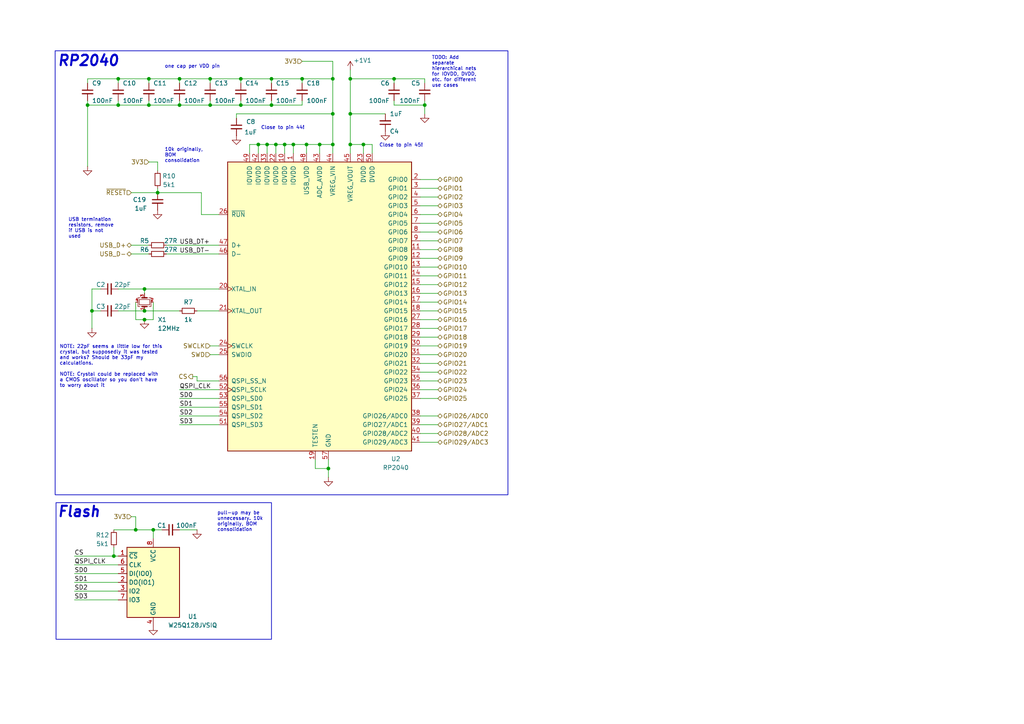
<source format=kicad_sch>
(kicad_sch (version 20231120) (generator "eeschema") (generator_version "8.0")
  (paper "A4")
  (lib_symbols
    (symbol "Device:C_Small" (pin_numbers hide) (pin_names (offset 0.254) hide)
      (property "Reference" "C" (at 0.254 1.778 0))
      (property "Value" "C_Small" (at 0.254 -2.032 0))
      (symbol "C_Small_0_1"
        (polyline (pts (xy -1.524 -0.508) (xy 1.524 -0.508)) (stroke (width 0.3302)))
        (polyline (pts (xy -1.524 0.508) (xy 1.524 0.508)) (stroke (width 0.3048)))
      )
      (symbol "C_Small_1_1"
        (pin passive line (at 0 2.54 270) (length 2.032) (name "~") (number "1"))
        (pin passive line (at 0 -2.54 90) (length 2.032) (name "~") (number "2"))
      )
    )
    (symbol "Device:Crystal_GND24_Small" (pin_names (offset 1.016) hide)
      (property "Reference" "Y" (at 1.27 4.445 0))
      (property "Value" "Crystal_GND24_Small" (at 1.27 2.54 0))
      (symbol "Crystal_GND24_Small_0_1"
        (rectangle (start -0.762 -1.524) (end 0.762 1.524))
        (polyline (pts (xy -1.27 -0.762) (xy -1.27 0.762)) (stroke (width 0.381)))
        (polyline (pts (xy 1.27 -0.762) (xy 1.27 0.762)) (stroke (width 0.381)))
        (polyline (pts (xy -1.27 -1.27) (xy -1.27 -1.905) (xy 1.27 -1.905) (xy 1.27 -1.27)))
        (polyline (pts (xy -1.27 1.27) (xy -1.27 1.905) (xy 1.27 1.905) (xy 1.27 1.27)))
      )
      (symbol "Crystal_GND24_Small_1_1"
        (pin passive line (at -2.54 0 0) (length 1.27) (name "1") (number "1"))
        (pin passive line (at 0 -2.54 90) (length 0.635) (name "2") (number "2"))
        (pin passive line (at 2.54 0 180) (length 1.27) (name "3") (number "3"))
        (pin passive line (at 0 2.54 270) (length 0.635) (name "4") (number "4"))
      )
    )
    (symbol "Device:R_Small" (pin_numbers hide) (pin_names (offset 0.254) hide)
      (property "Reference" "R" (at 0.762 0.508 0))
      (property "Value" "R_Small" (at 0.762 -1.016 0))
      (symbol "R_Small_0_1"
        (rectangle (start -0.762 1.778) (end 0.762 -1.778) (stroke (width 0.2032)))
      )
      (symbol "R_Small_1_1"
        (pin passive line (at 0 2.54 270) (length 0.762) (name "~") (number "1"))
        (pin passive line (at 0 -2.54 90) (length 0.762) (name "~") (number "2"))
      )
    )
    (symbol "Memory_Flash:W25Q128JVS"
      (property "Reference" "U" (at -8.89 8.89 0))
      (property "Value" "W25Q128JVS" (at 7.62 8.89 0))
      (symbol "W25Q128JVS_0_1"
        (rectangle (start -7.62 10.16) (end 7.62 -10.16) (stroke (width 0.254)) (fill (type background)))
      )
      (symbol "W25Q128JVS_1_1"
        (pin input line (at -10.16 7.62 0) (length 2.54) (name "~{CS}") (number "1"))
        (pin bidirectional line (at -10.16 0 0) (length 2.54) (name "DO(IO1)") (number "2"))
        (pin bidirectional line (at -10.16 -2.54 0) (length 2.54) (name "IO2") (number "3"))
        (pin power_in line (at 0 -12.7 90) (length 2.54) (name "GND") (number "4"))
        (pin bidirectional line (at -10.16 2.54 0) (length 2.54) (name "DI(IO0)") (number "5"))
        (pin input line (at -10.16 5.08 0) (length 2.54) (name "CLK") (number "6"))
        (pin bidirectional line (at -10.16 -5.08 0) (length 2.54) (name "IO3") (number "7"))
        (pin power_in line (at 0 12.7 270) (length 2.54) (name "VCC") (number "8"))
      )
    )
    (symbol "RadPie2040:RP2040" (pin_names (offset 1.016))
      (property "Reference" "U" (at 21.844 51.054 0))
      (property "Value" "RP2040" (at 21.844 48.514 0))
      (symbol "RP2040_0_0"
        (rectangle (start -24.13 48.26) (end 29.21 -35.56) (stroke (width 0.254)) (fill (type background)))
      )
      (symbol "RP2040_1_1"
        (pin power_in line (at -5.08 50.8 270) (length 2.54) (name "IOVDD") (number "1"))
        (pin power_in line (at -7.62 50.8 270) (length 2.54) (name "IOVDD") (number "10"))
        (pin input line (at 31.75 22.86 180) (length 2.54) (name "GPIO8") (number "11"))
        (pin input line (at 31.75 20.32 180) (length 2.54) (name "GPIO9") (number "12"))
        (pin input line (at 31.75 17.78 180) (length 2.54) (name "GPIO10") (number "13"))
        (pin input line (at 31.75 15.24 180) (length 2.54) (name "GPIO11") (number "14"))
        (pin input line (at 31.75 12.7 180) (length 2.54) (name "GPIO12") (number "15"))
        (pin input line (at 31.75 10.16 180) (length 2.54) (name "GPIO13") (number "16"))
        (pin input line (at 31.75 7.62 180) (length 2.54) (name "GPIO14") (number "17"))
        (pin input line (at 31.75 5.08 180) (length 2.54) (name "GPIO15") (number "18"))
        (pin input line (at 1.27 -38.1 90) (length 2.54) (name "TESTEN") (number "19"))
        (pin input line (at 31.75 43.18 180) (length 2.54) (name "GPIO0") (number "2"))
        (pin input clock (at -26.67 11.43 0) (length 2.54) (name "XTAL_IN") (number "20"))
        (pin input clock (at -26.67 5.08 0) (length 2.54) (name "XTAL_OUT") (number "21"))
        (pin power_in line (at -10.16 50.8 270) (length 2.54) (name "IOVDD") (number "22"))
        (pin power_in line (at 15.24 50.8 270) (length 2.54) (name "DVDD") (number "23"))
        (pin input clock (at -26.67 -5.08 0) (length 2.54) (name "SWCLK") (number "24"))
        (pin bidirectional line (at -26.67 -7.62 0) (length 2.54) (name "SWDIO") (number "25"))
        (pin input line (at -26.67 33.02 0) (length 2.54) (name "~{RUN}") (number "26"))
        (pin input line (at 31.75 2.54 180) (length 2.54) (name "GPIO16") (number "27"))
        (pin input line (at 31.75 0 180) (length 2.54) (name "GPIO17") (number "28"))
        (pin input line (at 31.75 -2.54 180) (length 2.54) (name "GPIO18") (number "29"))
        (pin input line (at 31.75 40.64 180) (length 2.54) (name "GPIO1") (number "3"))
        (pin input line (at 31.75 -5.08 180) (length 2.54) (name "GPIO19") (number "30"))
        (pin input line (at 31.75 -7.62 180) (length 2.54) (name "GPIO20") (number "31"))
        (pin input line (at 31.75 -10.16 180) (length 2.54) (name "GPIO21") (number "32"))
        (pin power_in line (at -12.7 50.8 270) (length 2.54) (name "IOVDD") (number "33"))
        (pin input line (at 31.75 -12.7 180) (length 2.54) (name "GPIO22") (number "34"))
        (pin input line (at 31.75 -15.24 180) (length 2.54) (name "GPIO23") (number "35"))
        (pin input line (at 31.75 -17.78 180) (length 2.54) (name "GPIO24") (number "36"))
        (pin input line (at 31.75 -20.32 180) (length 2.54) (name "GPIO25") (number "37"))
        (pin input line (at 31.75 -25.4 180) (length 2.54) (name "GPIO26/ADC0") (number "38"))
        (pin input line (at 31.75 -27.94 180) (length 2.54) (name "GPIO27/ADC1") (number "39"))
        (pin input line (at 31.75 38.1 180) (length 2.54) (name "GPIO2") (number "4"))
        (pin input line (at 31.75 -30.48 180) (length 2.54) (name "GPIO28/ADC2") (number "40"))
        (pin input line (at 31.75 -33.02 180) (length 2.54) (name "GPIO29/ADC3") (number "41"))
        (pin power_in line (at -15.24 50.8 270) (length 2.54) (name "IOVDD") (number "42"))
        (pin power_in line (at 2.54 50.8 270) (length 2.54) (name "ADC_AVDD") (number "43"))
        (pin power_in line (at 6.35 50.8 270) (length 2.54) (name "VREG_VIN") (number "44"))
        (pin power_out line (at 11.43 50.8 270) (length 2.54) (name "VREG_VOUT") (number "45"))
        (pin bidirectional line (at -26.67 21.59 0) (length 2.54) (name "D-") (number "46"))
        (pin bidirectional line (at -26.67 24.13 0) (length 2.54) (name "D+") (number "47"))
        (pin power_in line (at -1.27 50.8 270) (length 2.54) (name "USB_VDD") (number "48"))
        (pin power_in line (at -17.78 50.8 270) (length 2.54) (name "IOVDD") (number "49"))
        (pin input line (at 31.75 35.56 180) (length 2.54) (name "GPIO3") (number "5"))
        (pin power_in line (at 17.78 50.8 270) (length 2.54) (name "DVDD") (number "50"))
        (pin bidirectional line (at -26.67 -27.94 0) (length 2.54) (name "QSPI_SD3") (number "51"))
        (pin output clock (at -26.67 -17.78 0) (length 2.54) (name "QSPI_SCLK") (number "52"))
        (pin bidirectional line (at -26.67 -20.32 0) (length 2.54) (name "QSPI_SD0") (number "53"))
        (pin bidirectional line (at -26.67 -25.4 0) (length 2.54) (name "QSPI_SD2") (number "54"))
        (pin bidirectional line (at -26.67 -22.86 0) (length 2.54) (name "QSPI_SD1") (number "55"))
        (pin bidirectional line (at -26.67 -15.24 0) (length 2.54) (name "QSPI_SS_N") (number "56"))
        (pin power_in line (at 5.08 -38.1 90) (length 2.54) (name "GND") (number "57"))
        (pin input line (at 31.75 33.02 180) (length 2.54) (name "GPIO4") (number "6"))
        (pin input line (at 31.75 30.48 180) (length 2.54) (name "GPIO5") (number "7"))
        (pin input line (at 31.75 27.94 180) (length 2.54) (name "GPIO6") (number "8"))
        (pin input line (at 31.75 25.4 180) (length 2.54) (name "GPIO7") (number "9"))
      )
    )
    (symbol "power:+1V1" (power) (pin_numbers hide) (pin_names (offset 0) hide)
      (property "Value" "+1V1" (at 0 3.556 0))
      (symbol "+1V1_0_1"
        (polyline (pts (xy -0.762 1.27) (xy 0 2.54)))
        (polyline (pts (xy 0 0) (xy 0 2.54)))
        (polyline (pts (xy 0 2.54) (xy 0.762 1.27)))
      )
      (symbol "+1V1_1_1"
        (pin power_in line (at 0 0 90) (length 0) (name "~") (number "1"))
      )
    )
    (symbol "power:GND" (power) (pin_numbers hide) (pin_names (offset 0) hide)
      (property "Value" "GND" (at 0 -3.81 0))
      (symbol "GND_0_1"
        (polyline (pts (xy 0 0) (xy 0 -1.27) (xy 1.27 -1.27) (xy 0 -2.54) (xy -1.27 -1.27) (xy 0 -1.27)))
      )
      (symbol "GND_1_1"
        (pin power_in line (at 0 0 270) (length 0) (name "~") (number "1"))
      )
    )
  )
  (junction (at 52.07 30.48))
  (junction (at 87.63 22.86))
  (junction (at 101.6 22.86))
  (junction (at 101.6 33.02))
  (junction (at 33.02 161.29))
  (junction (at 101.6 41.91))
  (junction (at 44.45 153.67))
  (junction (at 123.19 30.48))
  (junction (at 74.93 41.91))
  (junction (at 41.91 92.71))
  (junction (at 34.29 22.86))
  (junction (at 60.96 30.48))
  (junction (at 105.41 41.91))
  (junction (at 96.52 33.02))
  (junction (at 80.01 41.91))
  (junction (at 43.18 22.86))
  (junction (at 96.52 22.86))
  (junction (at 25.4 30.48))
  (junction (at 52.07 22.86))
  (junction (at 78.74 22.86))
  (junction (at 82.55 41.91))
  (junction (at 45.72 55.88))
  (junction (at 85.09 41.91))
  (junction (at 78.74 30.48))
  (junction (at 41.91 83.82))
  (junction (at 60.96 22.86))
  (junction (at 114.3 22.86))
  (junction (at 39.37 153.67))
  (junction (at 43.18 30.48))
  (junction (at 69.85 22.86))
  (junction (at 41.91 90.17))
  (junction (at 69.85 30.48))
  (junction (at 77.47 41.91))
  (junction (at 92.71 41.91))
  (junction (at 88.9 41.91))
  (junction (at 95.25 135.89))
  (junction (at 96.52 41.91))
  (junction (at 26.67 90.17))
  (junction (at 34.29 30.48))
  (wire (pts (xy 69.85 30.48) (xy 69.85 29.21)))
  (wire (pts (xy 114.3 30.48) (xy 114.3 29.21)))
  (wire (pts (xy 25.4 22.86) (xy 34.29 22.86)))
  (wire (pts (xy 85.09 41.91) (xy 88.9 41.91)))
  (wire (pts (xy 80.01 41.91) (xy 82.55 41.91)))
  (wire (pts (xy 121.92 82.55) (xy 127 82.55)))
  (wire (pts (xy 21.59 168.91) (xy 34.29 168.91)))
  (wire (pts (xy 77.47 41.91) (xy 80.01 41.91)))
  (wire (pts (xy 96.52 22.86) (xy 87.63 22.86)))
  (wire (pts (xy 60.96 29.21) (xy 60.96 30.48)))
  (wire (pts (xy 57.15 109.22) (xy 57.15 110.49)))
  (wire (pts (xy 34.29 22.86) (xy 34.29 24.13)))
  (wire (pts (xy 92.71 41.91) (xy 92.71 44.45)))
  (wire (pts (xy 121.92 107.95) (xy 127 107.95)))
  (wire (pts (xy 121.92 69.85) (xy 127 69.85)))
  (wire (pts (xy 26.67 90.17) (xy 26.67 95.25)))
  (wire (pts (xy 41.91 85.09) (xy 41.91 83.82)))
  (wire (pts (xy 48.26 71.12) (xy 63.5 71.12)))
  (wire (pts (xy 121.92 95.25) (xy 127 95.25)))
  (wire (pts (xy 38.1 71.12) (xy 43.18 71.12)))
  (wire (pts (xy 38.1 149.86) (xy 39.37 149.86)))
  (wire (pts (xy 26.67 83.82) (xy 26.67 90.17)))
  (wire (pts (xy 45.72 54.61) (xy 45.72 55.88)))
  (wire (pts (xy 74.93 41.91) (xy 77.47 41.91)))
  (wire (pts (xy 52.07 113.03) (xy 63.5 113.03)))
  (wire (pts (xy 43.18 30.48) (xy 43.18 29.21)))
  (wire (pts (xy 121.92 59.69) (xy 127 59.69)))
  (wire (pts (xy 39.37 87.63) (xy 39.37 92.71)))
  (wire (pts (xy 121.92 100.33) (xy 127 100.33)))
  (wire (pts (xy 123.19 29.21) (xy 123.19 30.48)))
  (wire (pts (xy 21.59 171.45) (xy 34.29 171.45)))
  (wire (pts (xy 121.92 125.73) (xy 127 125.73)))
  (wire (pts (xy 45.72 46.99) (xy 45.72 49.53)))
  (wire (pts (xy 58.42 55.88) (xy 58.42 62.23)))
  (wire (pts (xy 52.07 22.86) (xy 60.96 22.86)))
  (wire (pts (xy 121.92 90.17) (xy 127 90.17)))
  (wire (pts (xy 121.92 120.65) (xy 127 120.65)))
  (wire (pts (xy 60.96 102.87) (xy 63.5 102.87)))
  (wire (pts (xy 87.63 29.21) (xy 87.63 30.48)))
  (wire (pts (xy 121.92 80.01) (xy 127 80.01)))
  (wire (pts (xy 78.74 22.86) (xy 78.74 24.13)))
  (wire (pts (xy 78.74 30.48) (xy 78.74 29.21)))
  (wire (pts (xy 101.6 33.02) (xy 111.76 33.02)))
  (wire (pts (xy 34.29 30.48) (xy 34.29 29.21)))
  (wire (pts (xy 57.15 110.49) (xy 63.5 110.49)))
  (wire (pts (xy 121.92 113.03) (xy 127 113.03)))
  (wire (pts (xy 69.85 22.86) (xy 69.85 24.13)))
  (wire (pts (xy 60.96 30.48) (xy 69.85 30.48)))
  (wire (pts (xy 52.07 120.65) (xy 63.5 120.65)))
  (wire (pts (xy 33.02 158.75) (xy 33.02 161.29)))
  (wire (pts (xy 43.18 46.99) (xy 45.72 46.99)))
  (wire (pts (xy 43.18 30.48) (xy 52.07 30.48)))
  (wire (pts (xy 121.92 54.61) (xy 127 54.61)))
  (wire (pts (xy 95.25 138.43) (xy 95.25 135.89)))
  (wire (pts (xy 101.6 22.86) (xy 101.6 33.02)))
  (wire (pts (xy 121.92 123.19) (xy 127 123.19)))
  (wire (pts (xy 44.45 87.63) (xy 44.45 92.71)))
  (wire (pts (xy 21.59 161.29) (xy 33.02 161.29)))
  (wire (pts (xy 121.92 105.41) (xy 127 105.41)))
  (wire (pts (xy 52.07 29.21) (xy 52.07 30.48)))
  (wire (pts (xy 52.07 30.48) (xy 60.96 30.48)))
  (wire (pts (xy 96.52 17.78) (xy 96.52 22.86)))
  (wire (pts (xy 101.6 33.02) (xy 101.6 41.91)))
  (wire (pts (xy 105.41 41.91) (xy 107.95 41.91)))
  (wire (pts (xy 121.92 77.47) (xy 127 77.47)))
  (wire (pts (xy 80.01 41.91) (xy 80.01 44.45)))
  (wire (pts (xy 21.59 173.99) (xy 34.29 173.99)))
  (wire (pts (xy 26.67 90.17) (xy 29.21 90.17)))
  (wire (pts (xy 123.19 22.86) (xy 123.19 24.13)))
  (wire (pts (xy 48.26 73.66) (xy 63.5 73.66)))
  (wire (pts (xy 88.9 41.91) (xy 88.9 44.45)))
  (wire (pts (xy 121.92 64.77) (xy 127 64.77)))
  (wire (pts (xy 41.91 83.82) (xy 63.5 83.82)))
  (wire (pts (xy 101.6 41.91) (xy 101.6 44.45)))
  (wire (pts (xy 121.92 57.15) (xy 127 57.15)))
  (wire (pts (xy 82.55 41.91) (xy 85.09 41.91)))
  (wire (pts (xy 68.58 33.02) (xy 96.52 33.02)))
  (wire (pts (xy 34.29 83.82) (xy 41.91 83.82)))
  (wire (pts (xy 43.18 22.86) (xy 43.18 24.13)))
  (wire (pts (xy 121.92 67.31) (xy 127 67.31)))
  (wire (pts (xy 45.72 55.88) (xy 58.42 55.88)))
  (wire (pts (xy 72.39 44.45) (xy 72.39 41.91)))
  (wire (pts (xy 114.3 30.48) (xy 123.19 30.48)))
  (wire (pts (xy 121.92 87.63) (xy 127 87.63)))
  (wire (pts (xy 121.92 128.27) (xy 127 128.27)))
  (wire (pts (xy 58.42 62.23) (xy 63.5 62.23)))
  (wire (pts (xy 25.4 30.48) (xy 34.29 30.48)))
  (wire (pts (xy 44.45 153.67) (xy 46.99 153.67)))
  (wire (pts (xy 101.6 22.86) (xy 114.3 22.86)))
  (wire (pts (xy 68.58 33.02) (xy 68.58 34.29)))
  (wire (pts (xy 101.6 20.32) (xy 101.6 22.86)))
  (wire (pts (xy 92.71 41.91) (xy 96.52 41.91)))
  (wire (pts (xy 121.92 72.39) (xy 127 72.39)))
  (wire (pts (xy 25.4 22.86) (xy 25.4 24.13)))
  (wire (pts (xy 39.37 92.71) (xy 41.91 92.71)))
  (wire (pts (xy 25.4 29.21) (xy 25.4 30.48)))
  (wire (pts (xy 44.45 153.67) (xy 44.45 156.21)))
  (wire (pts (xy 25.4 30.48) (xy 25.4 48.26)))
  (wire (pts (xy 52.07 115.57) (xy 63.5 115.57)))
  (wire (pts (xy 69.85 22.86) (xy 78.74 22.86)))
  (wire (pts (xy 60.96 22.86) (xy 69.85 22.86)))
  (wire (pts (xy 39.37 153.67) (xy 44.45 153.67)))
  (wire (pts (xy 96.52 22.86) (xy 96.52 33.02)))
  (wire (pts (xy 121.92 102.87) (xy 127 102.87)))
  (wire (pts (xy 78.74 22.86) (xy 87.63 22.86)))
  (wire (pts (xy 39.37 149.86) (xy 39.37 153.67)))
  (wire (pts (xy 77.47 41.91) (xy 77.47 44.45)))
  (wire (pts (xy 123.19 22.86) (xy 114.3 22.86)))
  (wire (pts (xy 33.02 161.29) (xy 34.29 161.29)))
  (wire (pts (xy 82.55 41.91) (xy 82.55 44.45)))
  (wire (pts (xy 34.29 90.17) (xy 41.91 90.17)))
  (wire (pts (xy 41.91 90.17) (xy 52.07 90.17)))
  (wire (pts (xy 107.95 44.45) (xy 107.95 41.91)))
  (wire (pts (xy 121.92 92.71) (xy 127 92.71)))
  (wire (pts (xy 52.07 153.67) (xy 57.15 153.67)))
  (wire (pts (xy 91.44 133.35) (xy 91.44 135.89)))
  (wire (pts (xy 43.18 22.86) (xy 52.07 22.86)))
  (wire (pts (xy 121.92 97.79) (xy 127 97.79)))
  (wire (pts (xy 101.6 41.91) (xy 105.41 41.91)))
  (wire (pts (xy 96.52 33.02) (xy 96.52 41.91)))
  (wire (pts (xy 33.02 153.67) (xy 39.37 153.67)))
  (wire (pts (xy 52.07 118.11) (xy 63.5 118.11)))
  (wire (pts (xy 105.41 41.91) (xy 105.41 44.45)))
  (wire (pts (xy 85.09 41.91) (xy 85.09 44.45)))
  (wire (pts (xy 95.25 133.35) (xy 95.25 135.89)))
  (wire (pts (xy 87.63 17.78) (xy 96.52 17.78)))
  (wire (pts (xy 21.59 166.37) (xy 34.29 166.37)))
  (wire (pts (xy 60.96 100.33) (xy 63.5 100.33)))
  (wire (pts (xy 60.96 22.86) (xy 60.96 24.13)))
  (wire (pts (xy 52.07 22.86) (xy 52.07 24.13)))
  (wire (pts (xy 121.92 115.57) (xy 127 115.57)))
  (wire (pts (xy 34.29 22.86) (xy 43.18 22.86)))
  (wire (pts (xy 87.63 24.13) (xy 87.63 22.86)))
  (wire (pts (xy 114.3 22.86) (xy 114.3 24.13)))
  (wire (pts (xy 26.67 83.82) (xy 29.21 83.82)))
  (wire (pts (xy 21.59 163.83) (xy 34.29 163.83)))
  (wire (pts (xy 87.63 30.48) (xy 78.74 30.48)))
  (wire (pts (xy 38.1 55.88) (xy 45.72 55.88)))
  (wire (pts (xy 91.44 135.89) (xy 95.25 135.89)))
  (wire (pts (xy 121.92 74.93) (xy 127 74.93)))
  (wire (pts (xy 121.92 85.09) (xy 127 85.09)))
  (wire (pts (xy 88.9 41.91) (xy 92.71 41.91)))
  (wire (pts (xy 44.45 92.71) (xy 41.91 92.71)))
  (wire (pts (xy 38.1 73.66) (xy 43.18 73.66)))
  (wire (pts (xy 96.52 41.91) (xy 96.52 44.45)))
  (wire (pts (xy 123.19 33.02) (xy 123.19 30.48)))
  (wire (pts (xy 74.93 41.91) (xy 74.93 44.45)))
  (wire (pts (xy 69.85 30.48) (xy 78.74 30.48)))
  (wire (pts (xy 121.92 62.23) (xy 127 62.23)))
  (wire (pts (xy 34.29 30.48) (xy 43.18 30.48)))
  (wire (pts (xy 57.15 90.17) (xy 63.5 90.17)))
  (wire (pts (xy 121.92 52.07) (xy 127 52.07)))
  (wire (pts (xy 72.39 41.91) (xy 74.93 41.91)))
  (wire (pts (xy 55.88 109.22) (xy 57.15 109.22)))
  (wire (pts (xy 52.07 123.19) (xy 63.5 123.19)))
  (wire (pts (xy 121.92 110.49) (xy 127 110.49)))
  (rectangle (start 16.002 14.732) (end 147.32 143.51) (stroke (width 0.2)))
  (rectangle (start 16.256 145.796) (end 78.74 185.42) (stroke (width 0.2)))
  (text_box "USB termination resistors, remove if USB is not used" (at 19.05 62.23 0) (size 15.24 2.54) (stroke (width -0.0001)) (effects (font (size 1 1)) (justify left top)))
  (text_box "Close to pin 45!" (at 109.22 40.64 0) (size 15.24 2.54) (stroke (width -0.0001)) (effects (font (size 1 1)) (justify left top)))
  (text_box "one cap per VDD pin" (at 46.99 17.78 0) (size 24.13 2.54) (stroke (width -0.0001)) (effects (font (size 1 1)) (justify left top)))
  (text_box "NOTE: 22pF seems a little low for this crystal, but supposedly it was tested and works? Should be 33pF my calculations.\n\nNOTE: Crystal could be replaced with a CMOS oscillator so you don't have to worry about it" (at 16.51 99.06 0) (size 31.75 3.81) (stroke (width -0.0001)) (effects (font (size 1 1)) (justify left top)))
  (text_box "10k originally, BOM consolidation" (at 46.99 41.91 0) (size 15.24 2.54) (stroke (width -0.0001)) (effects (font (size 1 1)) (justify left top)))
  (text_box "TODO: Add separate hierarchical nets for IOVDD, DVDD, etc. for different use cases" (at 124.46 15.24 0) (size 15.24 2.54) (stroke (width -0.0001)) (effects (font (size 1 1)) (justify left top)))
  (text_box "pull-up may be unnecessary. 10k originally, BOM consolidation" (at 62.23 147.32 0) (size 15.24 8.89) (stroke (width -0.0001)) (effects (font (size 1 1)) (justify left top)))
  (text_box "Close to pin 44!" (at 74.93 35.56 0) (size 15.24 2.54) (stroke (width -0.0001)) (effects (font (size 1 1)) (justify left top)))
  (text "RP2040" (at 16.51 17.78 0) (effects (font (size 3 3) (thickness 0.6) (bold yes) (italic yes)) (justify left)))
  (text "Flash" (at 16.51 148.59 0) (effects (font (size 3 3) (thickness 0.6) (bold yes) (italic yes)) (justify left)))
  (label "USB_DT+" (at 52.07 71.12 0))
  (label "USB_DT-" (at 52.07 73.66 0))
  (label "SD0" (at 21.59 166.37 0))
  (label "SD0" (at 52.07 115.57 0))
  (label "SD3" (at 52.07 123.19 0))
  (label "SD1" (at 52.07 118.11 0))
  (label "QSPI_CLK" (at 21.59 163.83 0))
  (label "CS" (at 21.59 161.29 0))
  (label "SD1" (at 21.59 168.91 0))
  (label "SD2" (at 52.07 120.65 0))
  (label "QSPI_CLK" (at 52.07 113.03 0))
  (label "SD2" (at 21.59 171.45 0))
  (label "SD3" (at 21.59 173.99 0))
  (hierarchical_label "SWCLK" (shape input) (at 60.96 100.33 180))
  (hierarchical_label "CS" (shape output) (at 55.88 109.22 180))
  (hierarchical_label "GPIO18" (shape bidirectional) (at 127 97.79 0))
  (hierarchical_label "USB_D+" (shape bidirectional) (at 38.1 71.12 180))
  (hierarchical_label "GPIO6" (shape bidirectional) (at 127 67.31 0))
  (hierarchical_label "USB_D-" (shape bidirectional) (at 38.1 73.66 180))
  (hierarchical_label "GPIO16" (shape bidirectional) (at 127 92.71 0))
  (hierarchical_label "GPIO5" (shape bidirectional) (at 127 64.77 0))
  (hierarchical_label "GPIO23" (shape bidirectional) (at 127 110.49 0))
  (hierarchical_label "GPIO28{slash}ADC2" (shape bidirectional) (at 127 125.73 0))
  (hierarchical_label "GPIO24" (shape bidirectional) (at 127 113.03 0))
  (hierarchical_label "GPIO25" (shape bidirectional) (at 127 115.57 0))
  (hierarchical_label "GPIO11" (shape bidirectional) (at 127 80.01 0))
  (hierarchical_label "3V3" (shape input) (at 87.63 17.78 180))
  (hierarchical_label "GPIO13" (shape bidirectional) (at 127 85.09 0))
  (hierarchical_label "GPIO26{slash}ADC0" (shape bidirectional) (at 127 120.65 0))
  (hierarchical_label "SWD" (shape input) (at 60.96 102.87 180))
  (hierarchical_label "GPIO1" (shape bidirectional) (at 127 54.61 0))
  (hierarchical_label "GPIO0" (shape bidirectional) (at 127 52.07 0))
  (hierarchical_label "GPIO2" (shape bidirectional) (at 127 57.15 0))
  (hierarchical_label "GPIO9" (shape bidirectional) (at 127 74.93 0))
  (hierarchical_label "GPIO17" (shape bidirectional) (at 127 95.25 0))
  (hierarchical_label "GPIO10" (shape bidirectional) (at 127 77.47 0))
  (hierarchical_label "GPIO7" (shape bidirectional) (at 127 69.85 0))
  (hierarchical_label "GPIO19" (shape bidirectional) (at 127 100.33 0))
  (hierarchical_label "GPIO12" (shape bidirectional) (at 127 82.55 0))
  (hierarchical_label "GPIO15" (shape bidirectional) (at 127 90.17 0))
  (hierarchical_label "GPIO14" (shape bidirectional) (at 127 87.63 0))
  (hierarchical_label "GPIO20" (shape bidirectional) (at 127 102.87 0))
  (hierarchical_label "GPIO27{slash}ADC1" (shape bidirectional) (at 127 123.19 0))
  (hierarchical_label "GPIO3" (shape bidirectional) (at 127 59.69 0))
  (hierarchical_label "GPIO8" (shape bidirectional) (at 127 72.39 0))
  (hierarchical_label "GPIO4" (shape bidirectional) (at 127 62.23 0))
  (hierarchical_label "3V3" (shape input) (at 43.18 46.99 180))
  (hierarchical_label "GPIO21" (shape bidirectional) (at 127 105.41 0))
  (hierarchical_label "~{RESET}" (shape input) (at 38.1 55.88 180))
  (hierarchical_label "GPIO22" (shape bidirectional) (at 127 107.95 0))
  (hierarchical_label "GPIO29{slash}ADC3" (shape bidirectional) (at 127 128.27 0))
  (hierarchical_label "3V3" (shape input) (at 38.1 149.86 180))
  (symbol (lib_id "Device:C_Small") (at 25.4 26.67 0) (unit 1)
    (property "Reference" "C9" (at 26.67 24.1299 0) (effects (justify left)))
    (property "Value" "100nF" (at 26.67 29.2099 0) (effects (justify left)))
    (property "Footprint" "Capacitor_SMD:C_0402_1005Metric" (effects (hide yes)))
    (property "LCSC" "C1525" (effects (hide yes)))
  )
  (symbol (lib_id "Device:R_Small") (at 54.61 90.17 90) (unit 1)
    (property "Reference" "R7" (at 54.61 87.63 90))
    (property "Value" "1k" (at 54.61 92.71 90))
    (property "Footprint" "Resistor_SMD:R_0402_1005Metric" (effects (hide yes)))
    (property "LCSC" "C11702" (effects (hide yes)))
  )
  (symbol (lib_id "Device:R_Small") (at 45.72 73.66 90) (unit 1)
    (property "Reference" "R6" (at 41.91 72.39 90))
    (property "Value" "27R" (at 49.53 72.39 90))
    (property "Footprint" "Resistor_SMD:R_0603_1608Metric" (effects (hide yes)))
    (property "LCSC" "C25190" (effects (hide yes)))
  )
  (symbol (lib_id "Device:R_Small") (at 45.72 52.07 0) (mirror x) (unit 1)
    (property "Reference" "R10" (at 49.022 51.054 0))
    (property "Value" "5k1" (at 49.022 53.594 0))
    (property "Footprint" "Resistor_SMD:R_0402_1005Metric" (effects (hide yes)))
    (property "LCSC" "C25905" (effects (hide yes)))
  )
  (symbol (lib_id "power:GND") (at 111.76 38.1 0) (mirror y) (unit 1)
    (property "Reference" "#PWR025" (effects (hide yes)))
    (property "Value" "GND" (effects (hide yes)))
    (property "Description" "Power symbol creates a global label with name \"GND\" , ground" (effects (hide yes)))
  )
  (symbol (lib_id "Device:C_Small") (at 43.18 26.67 0) (unit 1)
    (property "Reference" "C11" (at 44.45 24.1299 0) (effects (justify left)))
    (property "Value" "100nF" (at 44.45 29.2099 0) (effects (justify left)))
    (property "Footprint" "Capacitor_SMD:C_0402_1005Metric" (effects (hide yes)))
    (property "LCSC" "C1525" (effects (hide yes)))
  )
  (symbol (lib_id "Device:C_Small") (at 87.63 26.67 0) (unit 1)
    (property "Reference" "C18" (at 88.9 24.1299 0) (effects (justify left)))
    (property "Value" "100nF" (at 88.9 29.2099 0) (effects (justify left)))
    (property "Footprint" "Capacitor_SMD:C_0402_1005Metric" (effects (hide yes)))
    (property "LCSC" "C1525" (effects (hide yes)))
  )
  (symbol (lib_id "Device:R_Small") (at 33.02 156.21 180) (unit 1)
    (property "Reference" "R12" (at 29.718 155.194 0))
    (property "Value" "5k1" (at 29.718 157.734 0))
    (property "Footprint" "Resistor_SMD:R_0402_1005Metric" (effects (hide yes)))
    (property "LCSC" "C25905" (effects (hide yes)))
  )
  (symbol (lib_id "Memory_Flash:W25Q128JVS") (at 44.45 168.91 0) (unit 1)
    (property "Reference" "U1" (at 55.88 178.816 0))
    (property "Value" "W25Q128JVSIQ" (at 55.88 181.356 0))
    (property "Footprint" "Package_SO:SOIC-8_5.23x5.23mm_P1.27mm" (effects (hide yes)))
    (property "Datasheet" "http://www.winbond.com/resource-files/w25q128jv_dtr%20revc%2003272018%20plus.pdf" (effects (hide yes)))
    (property "Description" "128Mb Serial Flash Memory, Standard/Dual/Quad SPI, SOIC-8" (effects (hide yes)))
    (property "LCSC" "C97521" (effects (hide yes)))
  )
  (symbol (lib_id "Device:C_Small") (at 111.76 35.56 0) (mirror x) (unit 1)
    (property "Reference" "C4" (at 113.03 38.1001 0) (effects (justify left)))
    (property "Value" "1uF" (at 113.03 33.0201 0) (effects (justify left)))
    (property "Footprint" "Capacitor_SMD:C_0402_1005Metric" (effects (hide yes)))
    (property "LCSC" "C52923" (effects (hide yes)))
  )
  (symbol (lib_id "Device:C_Small") (at 31.75 90.17 90) (unit 1)
    (property "Reference" "C3" (at 29.21 88.9 90))
    (property "Value" "22pF" (at 35.56 88.9 90))
    (property "Footprint" "Capacitor_SMD:C_0402_1005Metric" (effects (hide yes)))
    (property "LCSC" "C1555" (effects (hide yes)))
  )
  (symbol (lib_id "Device:Crystal_GND24_Small") (at 41.91 87.63 90) (unit 1)
    (property "Reference" "X1" (at 45.72 92.71 90) (effects (justify right)))
    (property "Value" "12MHz" (at 45.72 95.25 90) (effects (justify right)))
    (property "Footprint" "Crystal:Crystal_SMD_3225-4Pin_3.2x2.5mm" (effects (hide yes)))
    (property "LCSC" "C9002" (effects (hide yes)))
  )
  (symbol (lib_id "RadPie2040:RP2040") (at 90.17 95.25 0) (unit 1)
    (property "Reference" "U2" (at 114.808 133.096 0))
    (property "Value" "RP2040" (at 114.808 135.636 0))
    (property "Footprint" "RadPie2040:RP2040-QFN-56" (effects (hide yes)))
    (property "Datasheet" "https://datasheets.raspberrypi.com/rp2040/rp2040-datasheet.pdf" (effects (hide yes)))
    (property "LCSC" "C2040" (effects (hide yes)))
  )
  (symbol (lib_id "Device:C_Small") (at 34.29 26.67 0) (unit 1)
    (property "Reference" "C10" (at 35.56 24.1299 0) (effects (justify left)))
    (property "Value" "100nF" (at 35.56 29.2099 0) (effects (justify left)))
    (property "Footprint" "Capacitor_SMD:C_0402_1005Metric" (effects (hide yes)))
    (property "LCSC" "C1525" (effects (hide yes)))
  )
  (symbol (lib_id "power:+1V1") (at 101.6 20.32 0) (mirror y) (unit 1)
    (property "Reference" "#PWR019" (effects (hide yes)))
    (property "Value" "+1V1" (at 105.156 17.526 0))
    (property "Description" "Power symbol creates a global label with name \"+1V1\"" (effects (hide yes)))
  )
  (symbol (lib_id "Device:C_Small") (at 69.85 26.67 0) (unit 1)
    (property "Reference" "C14" (at 71.12 24.1299 0) (effects (justify left)))
    (property "Value" "100nF" (at 71.12 29.2099 0) (effects (justify left)))
    (property "Footprint" "Capacitor_SMD:C_0402_1005Metric" (effects (hide yes)))
    (property "LCSC" "C1525" (effects (hide yes)))
  )
  (symbol (lib_id "Device:R_Small") (at 45.72 71.12 90) (unit 1)
    (property "Reference" "R5" (at 41.91 69.85 90))
    (property "Value" "27R" (at 49.53 69.85 90))
    (property "Footprint" "Resistor_SMD:R_0603_1608Metric" (effects (hide yes)))
    (property "LCSC" "C25190" (effects (hide yes)))
  )
  (symbol (lib_id "Device:C_Small") (at 60.96 26.67 0) (unit 1)
    (property "Reference" "C13" (at 62.23 24.1299 0) (effects (justify left)))
    (property "Value" "100nF" (at 62.23 29.2099 0) (effects (justify left)))
    (property "Footprint" "Capacitor_SMD:C_0402_1005Metric" (effects (hide yes)))
    (property "LCSC" "C1525" (effects (hide yes)))
  )
  (symbol (lib_id "Device:C_Small") (at 68.58 36.83 0) (unit 1)
    (property "Reference" "C8" (at 71.374 35.306 0) (effects (justify left)))
    (property "Value" "1uF" (at 70.866 38.354 0) (effects (justify left)))
    (property "Footprint" "Capacitor_SMD:C_0402_1005Metric" (effects (hide yes)))
    (property "LCSC" "C52923" (effects (hide yes)))
  )
  (symbol (lib_id "power:GND") (at 25.4 48.26 0) (unit 1)
    (property "Reference" "#PWR03" (effects (hide yes)))
    (property "Value" "GND" (effects (hide yes)))
    (property "Description" "Power symbol creates a global label with name \"GND\" , ground" (effects (hide yes)))
  )
  (symbol (lib_id "power:GND") (at 95.25 138.43 0) (unit 1)
    (property "Reference" "#PWR017" (effects (hide yes)))
    (property "Value" "GND" (effects (hide yes)))
    (property "Description" "Power symbol creates a global label with name \"GND\" , ground" (effects (hide yes)))
  )
  (symbol (lib_id "power:GND") (at 26.67 95.25 0) (unit 1)
    (property "Reference" "#PWR04" (effects (hide yes)))
    (property "Value" "GND" (effects (hide yes)))
    (property "Description" "Power symbol creates a global label with name \"GND\" , ground" (effects (hide yes)))
  )
  (symbol (lib_id "Device:C_Small") (at 45.72 58.42 0) (mirror y) (unit 1)
    (property "Reference" "C19" (at 42.418 57.912 0) (effects (justify left)))
    (property "Value" "1uF" (at 42.672 60.452 0) (effects (justify left)))
    (property "Footprint" "Capacitor_SMD:C_0402_1005Metric" (effects (hide yes)))
    (property "LCSC" "C52923" (effects (hide yes)))
  )
  (symbol (lib_id "Device:C_Small") (at 114.3 26.67 0) (mirror y) (unit 1)
    (property "Reference" "C6" (at 113.03 24.1299 0) (effects (justify left)))
    (property "Value" "100nF" (at 113.03 29.2099 0) (effects (justify left)))
    (property "Footprint" "Capacitor_SMD:C_0402_1005Metric" (effects (hide yes)))
    (property "LCSC" "C1525" (effects (hide yes)))
  )
  (symbol (lib_id "Device:C_Small") (at 52.07 26.67 0) (unit 1)
    (property "Reference" "C12" (at 53.34 24.1299 0) (effects (justify left)))
    (property "Value" "100nF" (at 53.34 29.2099 0) (effects (justify left)))
    (property "Footprint" "Capacitor_SMD:C_0402_1005Metric" (effects (hide yes)))
    (property "LCSC" "C1525" (effects (hide yes)))
  )
  (symbol (lib_id "power:GND") (at 57.15 153.67 0) (unit 1)
    (property "Reference" "#PWR011" (effects (hide yes)))
    (property "Value" "GND" (effects (hide yes)))
    (property "Description" "Power symbol creates a global label with name \"GND\" , ground" (effects (hide yes)))
  )
  (symbol (lib_id "Device:C_Small") (at 31.75 83.82 90) (unit 1)
    (property "Reference" "C2" (at 29.21 82.55 90))
    (property "Value" "22pF" (at 35.56 82.55 90))
    (property "Footprint" "Capacitor_SMD:C_0402_1005Metric" (effects (hide yes)))
    (property "LCSC" "C1555" (effects (hide yes)))
  )
  (symbol (lib_id "Device:C_Small") (at 123.19 26.67 0) (mirror y) (unit 1)
    (property "Reference" "C5" (at 121.92 24.1299 0) (effects (justify left)))
    (property "Value" "100nF" (at 121.92 29.2099 0) (effects (justify left)))
    (property "Footprint" "Capacitor_SMD:C_0402_1005Metric" (effects (hide yes)))
    (property "LCSC" "C1525" (effects (hide yes)))
  )
  (symbol (lib_id "power:GND") (at 41.91 92.71 0) (unit 1)
    (property "Reference" "#PWR06" (effects (hide yes)))
    (property "Value" "GND" (effects (hide yes)))
    (property "Description" "Power symbol creates a global label with name \"GND\" , ground" (effects (hide yes)))
  )
  (symbol (lib_id "power:GND") (at 123.19 33.02 0) (mirror y) (unit 1)
    (property "Reference" "#PWR028" (effects (hide yes)))
    (property "Value" "GND" (effects (hide yes)))
    (property "Description" "Power symbol creates a global label with name \"GND\" , ground" (effects (hide yes)))
  )
  (symbol (lib_id "power:GND") (at 68.58 39.37 0) (unit 1)
    (property "Reference" "#PWR016" (effects (hide yes)))
    (property "Value" "GND" (effects (hide yes)))
    (property "Description" "Power symbol creates a global label with name \"GND\" , ground" (effects (hide yes)))
  )
  (symbol (lib_id "Device:C_Small") (at 49.53 153.67 90) (unit 1)
    (property "Reference" "C1" (at 48.2599 152.4 90) (effects (justify left)))
    (property "Value" "100nF" (at 57.1499 152.4 90) (effects (justify left)))
    (property "Footprint" "Capacitor_SMD:C_0402_1005Metric" (effects (hide yes)))
    (property "LCSC" "C1525" (effects (hide yes)))
  )
  (symbol (lib_id "power:GND") (at 44.45 181.61 0) (unit 1)
    (property "Reference" "#PWR02" (effects (hide yes)))
    (property "Value" "GND" (effects (hide yes)))
    (property "Description" "Power symbol creates a global label with name \"GND\" , ground" (effects (hide yes)))
  )
  (symbol (lib_id "Device:C_Small") (at 78.74 26.67 0) (unit 1)
    (property "Reference" "C15" (at 80.01 24.1299 0) (effects (justify left)))
    (property "Value" "100nF" (at 80.01 29.2099 0) (effects (justify left)))
    (property "Footprint" "Capacitor_SMD:C_0402_1005Metric" (effects (hide yes)))
    (property "LCSC" "C1525" (effects (hide yes)))
  )
  (symbol (lib_id "power:GND") (at 45.72 60.96 0) (mirror y) (unit 1)
    (property "Reference" "#PWR013" (effects (hide yes)))
    (property "Value" "GND" (effects (hide yes)))
    (property "Description" "Power symbol creates a global label with name \"GND\" , ground" (effects (hide yes)))
  )
)
</source>
